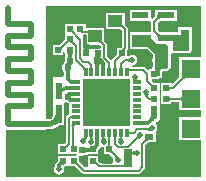
<source format=gtl>
G04*
G04 #@! TF.GenerationSoftware,Altium Limited,Altium Designer,20.0.1 (14)*
G04*
G04 Layer_Physical_Order=1*
G04 Layer_Color=255*
%FSLAX44Y44*%
%MOMM*%
G71*
G01*
G75*
%ADD12C,0.1800*%
%ADD18R,0.5080X0.5080*%
%ADD19R,0.5080X0.5080*%
%ADD20C,0.5000*%
%ADD21R,0.8000X1.5240*%
%ADD22R,0.8000X0.3302*%
%ADD23R,0.3302X0.8000*%
%ADD24R,3.8000X3.8000*%
%ADD25R,0.7000X0.5800*%
%ADD26R,1.6000X1.6000*%
%ADD27R,1.2000X1.0000*%
%ADD28R,1.4500X0.5500*%
%ADD29R,1.4500X0.5500*%
%ADD30R,0.7620X0.7620*%
%ADD31R,0.7620X0.7620*%
%ADD32C,0.5000*%
%ADD33C,0.3300*%
%ADD34C,0.1600*%
%ADD35C,0.3000*%
%ADD36C,0.4000*%
%ADD37C,0.2000*%
%ADD38R,1.4500X1.3750*%
%ADD39C,0.6000*%
G36*
X133609Y138061D02*
X131770Y137606D01*
X130106Y138770D01*
X130561Y140609D01*
X133609Y138061D01*
D02*
G37*
G36*
X101309Y131573D02*
X100178Y130441D01*
X98707Y130780D01*
X100969Y133043D01*
X101309Y131573D01*
D02*
G37*
G36*
X59599Y126532D02*
X57468Y126401D01*
X55997Y126741D01*
X59260D01*
X59599Y126532D01*
D02*
G37*
G36*
X68489Y127550D02*
Y125950D01*
X68010Y126490D01*
Y128350D01*
X68489Y127550D01*
D02*
G37*
G36*
X72061Y125150D02*
X71550Y125950D01*
Y127550D01*
X72031Y127719D01*
X72061Y125150D01*
D02*
G37*
G36*
X133609Y124439D02*
X130561Y121891D01*
X130106Y123730D01*
X131770Y124894D01*
X133609Y124439D01*
D02*
G37*
G36*
X54246Y118244D02*
X53859Y119131D01*
X54271Y120786D01*
X54246Y118244D01*
D02*
G37*
G36*
X59260Y117740D02*
X58756Y117746D01*
X59641Y118131D01*
X59260Y117740D01*
D02*
G37*
G36*
X82428Y117441D02*
X80957Y117781D01*
X83969D01*
X84309Y117822D01*
X82428Y117441D01*
D02*
G37*
G36*
X58756Y117746D02*
X57868Y117359D01*
X56214Y117771D01*
X58756Y117746D01*
D02*
G37*
G36*
X54631Y117359D02*
X54240Y117740D01*
X54246Y118244D01*
X54631Y117359D01*
D02*
G37*
G36*
X49260Y113759D02*
X49254Y113256D01*
X48869Y114141D01*
X49260Y113759D01*
D02*
G37*
G36*
X71534Y115991D02*
X73500Y115500D01*
Y112500D01*
X72128Y112157D01*
X72509Y111259D01*
X67491D01*
X68000Y112459D01*
X71501D01*
Y115950D01*
X67685Y114944D01*
X67500Y117791D01*
X70500Y117949D01*
X71534Y115991D01*
D02*
G37*
G36*
X103010Y111259D02*
X99247Y111229D01*
X100718Y111599D01*
X102980D01*
X103010Y111259D01*
D02*
G37*
G36*
X49641Y112369D02*
X49229Y110714D01*
X49254Y113256D01*
X49641Y112369D01*
D02*
G37*
G36*
X167247Y105200D02*
X149200D01*
Y88637D01*
X143479Y82916D01*
X142457Y83340D01*
Y83340D01*
X133777D01*
Y74660D01*
X133777D01*
Y74340D01*
X133777D01*
Y65660D01*
X142457D01*
Y67145D01*
X149200D01*
Y60200D01*
X167247D01*
Y54400D01*
X149200D01*
Y34800D01*
X167247D01*
Y4023D01*
X2753D01*
Y43250D01*
X36000D01*
Y44116D01*
X39000D01*
Y44094D01*
X42211Y44517D01*
X45203Y45756D01*
X46518Y46765D01*
X46751Y46915D01*
X46754Y46920D01*
X46759Y46923D01*
X46798Y46980D01*
X47359Y47410D01*
X51340D01*
Y54236D01*
X51345Y54260D01*
X51340Y54282D01*
X51344Y54305D01*
X51340Y54475D01*
Y55998D01*
X51406Y56500D01*
X51384D01*
Y62500D01*
X51340Y62723D01*
Y66561D01*
X52381Y67393D01*
X52627Y67228D01*
X53618Y67031D01*
X53634Y67022D01*
X55148Y66518D01*
X55669Y66171D01*
Y60798D01*
X55669D01*
Y57698D01*
X55669D01*
Y56734D01*
X55476Y56696D01*
X54616Y56121D01*
X54616Y56121D01*
X53594Y55100D01*
X53020Y54240D01*
X52818Y53225D01*
X52818Y53225D01*
Y32817D01*
X51763Y31762D01*
X51017Y31590D01*
X46660D01*
Y22910D01*
X54390D01*
X55340Y22910D01*
Y22910D01*
X55660D01*
Y22910D01*
X62496D01*
X62533Y22860D01*
X61894Y21590D01*
X56610D01*
X55660Y21590D01*
X54390Y21590D01*
X46660D01*
Y19096D01*
X46205Y17213D01*
X44871Y15879D01*
X44142Y14788D01*
X43983Y13989D01*
X43979Y13982D01*
X43571Y12483D01*
X43200Y11928D01*
X42866Y10250D01*
X43200Y8572D01*
X44150Y7150D01*
X45572Y6199D01*
X47250Y5866D01*
X48928Y6199D01*
X50350Y7150D01*
X51301Y8572D01*
X51634Y10250D01*
X51301Y11928D01*
X52265Y12770D01*
X52846Y12910D01*
X55340Y12910D01*
X56610Y12910D01*
X60122D01*
X60749Y12752D01*
X66175Y7326D01*
X66175Y7326D01*
X67035Y6751D01*
X68050Y6549D01*
X114950D01*
X114950Y6549D01*
X115964Y6751D01*
X116825Y7326D01*
X119628Y10129D01*
X119628Y10129D01*
X120203Y10989D01*
X120404Y12003D01*
X120404Y12004D01*
Y30655D01*
X122641Y32892D01*
X123268Y33050D01*
X129050D01*
Y42199D01*
X129350Y42400D01*
X130301Y43822D01*
X130634Y45500D01*
X130301Y47178D01*
X129350Y48600D01*
X129087Y48776D01*
X129145Y50264D01*
X129338Y50372D01*
X129873Y50479D01*
X131461Y51539D01*
X132521Y53127D01*
X132894Y55000D01*
X132521Y56873D01*
X132457Y56970D01*
Y58379D01*
X132459Y58385D01*
X132457Y58398D01*
Y58467D01*
X132462Y58491D01*
X132457Y58514D01*
Y65340D01*
X132457D01*
Y65660D01*
X132457D01*
Y74340D01*
X132457Y74340D01*
Y74660D01*
X132457D01*
X132457Y75610D01*
Y83340D01*
X128383D01*
X127456Y83554D01*
X125620Y85390D01*
X126146Y86660D01*
X132340D01*
Y87232D01*
X132702Y87304D01*
X133298Y87702D01*
X134298Y88702D01*
X134696Y89298D01*
X134835Y90000D01*
Y92726D01*
X135239Y93329D01*
X138165D01*
X138867Y93469D01*
X139462Y93867D01*
X141298Y95702D01*
X141695Y96298D01*
X141835Y97000D01*
Y108003D01*
X141976Y108211D01*
X143105Y108944D01*
X143250Y108915D01*
X146954D01*
X147250Y108856D01*
X147545Y108915D01*
X152704D01*
X153000Y108856D01*
X153295Y108915D01*
X157750D01*
X158452Y109054D01*
X159048Y109452D01*
X159446Y110048D01*
X159585Y110750D01*
Y119141D01*
X159609D01*
Y130361D01*
X148389D01*
Y126335D01*
X143250D01*
X143073Y126300D01*
X133729D01*
X132744Y126544D01*
X130855Y128433D01*
Y134067D01*
X132744Y135956D01*
X133729Y136200D01*
X146800D01*
Y145300D01*
X128700D01*
Y140729D01*
X128456Y139744D01*
X126570Y137857D01*
X125300Y138383D01*
Y145300D01*
X107200D01*
Y136200D01*
X124039D01*
X125145Y135250D01*
X125145Y134930D01*
Y127506D01*
X125145Y127250D01*
X124039Y126300D01*
X107200D01*
Y124177D01*
X107165Y124000D01*
Y114000D01*
X107304Y113298D01*
X107702Y112702D01*
X108298Y112304D01*
X109000Y112165D01*
X122240D01*
X127165Y107240D01*
Y105026D01*
X126728Y104373D01*
X126356Y102500D01*
X126728Y100627D01*
X127165Y99974D01*
Y98526D01*
X126728Y97873D01*
X126356Y96000D01*
X125814Y95340D01*
X123660D01*
Y94642D01*
X122487Y94157D01*
X120666Y95978D01*
X119773Y96574D01*
X118719Y96784D01*
X109444D01*
X109267Y97124D01*
X109316Y97535D01*
X109953Y98555D01*
X110678Y98700D01*
X112100Y99650D01*
X113050Y101072D01*
X113384Y102750D01*
X113050Y104428D01*
X112100Y105850D01*
X110678Y106800D01*
X109000Y107134D01*
X107322Y106800D01*
X106726Y106402D01*
X106670Y106386D01*
X105922Y106008D01*
X104840Y106673D01*
Y110841D01*
X104874Y110875D01*
X104874Y110876D01*
X105449Y111735D01*
X105651Y112750D01*
Y128750D01*
X105651Y128750D01*
X105449Y129764D01*
X104874Y130625D01*
X102972Y132527D01*
X102800Y133273D01*
Y142550D01*
X87200D01*
Y128950D01*
X98477D01*
X99223Y128778D01*
X100349Y127652D01*
Y113848D01*
X99749Y113248D01*
X99122Y113090D01*
X96160D01*
Y107409D01*
X92877Y104126D01*
X92393Y103402D01*
X92050Y103223D01*
X90962Y103037D01*
X88151Y105848D01*
Y115500D01*
X87949Y116515D01*
X87374Y117374D01*
X85800Y118949D01*
Y129550D01*
X72137D01*
X72128Y129552D01*
X72113Y129550D01*
X72034D01*
X72009Y129555D01*
X71987Y129550D01*
X70200D01*
X69840Y130671D01*
Y133340D01*
X61160D01*
X61090Y133590D01*
X52410D01*
Y125860D01*
X52410Y124910D01*
X52410D01*
Y124590D01*
X52410D01*
Y120908D01*
X52209Y120102D01*
X47697Y115590D01*
X42410D01*
Y106910D01*
X51090D01*
Y109519D01*
X51140Y109564D01*
X52410Y109000D01*
Y108764D01*
X52405Y108741D01*
X52410Y108716D01*
Y108648D01*
X52408Y108635D01*
X52410Y108629D01*
X52410Y106910D01*
X52410D01*
Y106590D01*
X52410D01*
Y104871D01*
X52408Y104865D01*
X52410Y104852D01*
Y104783D01*
X52405Y104760D01*
X52410Y104735D01*
Y101760D01*
X51470Y100331D01*
X51289Y100211D01*
X50229Y98623D01*
X49856Y96750D01*
X50229Y94877D01*
X50654Y94240D01*
X51385Y92128D01*
Y89714D01*
X50115Y88500D01*
X42250Y88500D01*
Y54933D01*
X41764Y54205D01*
X41205Y53676D01*
X40394Y53134D01*
X39069Y52871D01*
X39000Y52884D01*
X36000D01*
Y148517D01*
X167247D01*
Y105200D01*
D02*
G37*
G36*
X58250Y107840D02*
X55250D01*
X54240Y108741D01*
X59260D01*
X58250Y107840D01*
D02*
G37*
G36*
X97991Y106241D02*
X101003D01*
X99532Y105901D01*
X97651Y106282D01*
X97991Y106241D01*
D02*
G37*
G36*
X59260Y104760D02*
X54240D01*
X55250Y105660D01*
X58250D01*
X59260Y104760D01*
D02*
G37*
G36*
X107499Y100751D02*
X105132Y101950D01*
Y103550D01*
X107499Y104749D01*
Y100751D01*
D02*
G37*
G36*
X81500Y106737D02*
X81643Y106241D01*
X82509D01*
X81820Y105626D01*
X82239Y104175D01*
X85077Y102097D01*
X83457Y99474D01*
X81761Y99581D01*
X81248Y98101D01*
X78248Y98103D01*
X77350Y100699D01*
X81045Y100698D01*
X82238Y104174D01*
X77448Y104424D01*
X77999Y105787D01*
X77491Y106241D01*
X78182D01*
X78500Y107027D01*
X81500Y106737D01*
D02*
G37*
G36*
X57312Y100111D02*
X57343Y99740D01*
X58812D01*
X57414Y98902D01*
X57494Y97963D01*
X52824Y99050D01*
X54312Y101312D01*
X57312Y100111D01*
D02*
G37*
G36*
X86370Y96501D02*
X83129D01*
X83199Y97401D01*
X86199D01*
X86370Y96501D01*
D02*
G37*
G36*
X81369Y96501D02*
X78128D01*
X78248Y97401D01*
X81248D01*
X81369Y96501D01*
D02*
G37*
G36*
X101353Y96470D02*
X98153D01*
X98953Y96980D01*
X100553D01*
X101353Y96470D01*
D02*
G37*
G36*
X91351D02*
X88151D01*
X88951Y96980D01*
X90551D01*
X91351Y96470D01*
D02*
G37*
G36*
X76347D02*
X73147D01*
X73947Y96980D01*
X75547D01*
X76347Y96470D01*
D02*
G37*
G36*
X96352Y96470D02*
X93152D01*
X93952Y96980D01*
X95552D01*
X96352Y96470D01*
D02*
G37*
G36*
X70545Y96470D02*
X68155Y93829D01*
X67743Y95484D01*
X68890Y96882D01*
X70545Y96470D01*
D02*
G37*
G36*
X56250Y92352D02*
X53250D01*
X52351Y94949D01*
X57149D01*
X56250Y92352D01*
D02*
G37*
G36*
X106915Y94931D02*
Y93131D01*
X106375Y92231D01*
Y95831D01*
X106915Y94931D01*
D02*
G37*
G36*
X160536Y93017D02*
X158171Y92156D01*
X156822Y93636D01*
X157785Y95918D01*
X160536Y93017D01*
D02*
G37*
G36*
X125300Y120700D02*
X130000Y116000D01*
X138000D01*
X140000Y114000D01*
Y97000D01*
X138165Y95165D01*
X133000D01*
Y90000D01*
X132000Y89000D01*
X129000D01*
Y108000D01*
X123000Y114000D01*
X109000D01*
Y124000D01*
X109116Y124116D01*
X125300D01*
X125300Y120700D01*
D02*
G37*
G36*
X153020Y87006D02*
X150606Y87420D01*
X151031Y87430D01*
X154859Y87461D01*
X153020Y87006D01*
D02*
G37*
G36*
X107231Y80803D02*
Y77703D01*
X107231D01*
Y70801D01*
X107231D01*
Y65800D01*
Y62699D01*
X107231D01*
Y55797D01*
X107231D01*
Y50796D01*
Y46769D01*
X98203D01*
Y46769D01*
X91301D01*
Y46769D01*
X83199D01*
Y46769D01*
X76297D01*
Y46769D01*
X67269D01*
Y50796D01*
Y55797D01*
X67269D01*
Y62699D01*
X67269D01*
Y65800D01*
Y70801D01*
X67269D01*
Y77703D01*
X67269D01*
Y80805D01*
X67269D01*
Y86731D01*
X76297D01*
Y86731D01*
X83199D01*
Y86731D01*
X91301D01*
Y86731D01*
X98203D01*
Y86731D01*
X107231D01*
Y80803D01*
D02*
G37*
G36*
X113176Y86081D02*
X113550Y85844D01*
X113060D01*
X112650Y85005D01*
X110850D01*
X110440Y85844D01*
X109950D01*
X110324Y86081D01*
X109756Y87241D01*
X113743D01*
X113176Y86081D01*
D02*
G37*
G36*
X57499Y82635D02*
X57244Y82756D01*
Y85756D01*
X57499Y85876D01*
Y82635D01*
D02*
G37*
G36*
X128153Y81510D02*
X125607Y78964D01*
X125225Y80619D01*
X126498Y81891D01*
X128153Y81510D01*
D02*
G37*
G36*
X141226Y80000D02*
Y78000D01*
X140596Y77000D01*
Y81000D01*
X141226Y80000D01*
D02*
G37*
G36*
X49500Y76990D02*
X44500D01*
X44490Y78491D01*
X49510D01*
X49500Y76990D01*
D02*
G37*
G36*
X57499Y73751D02*
X58061Y73189D01*
X57582Y71750D01*
X58061Y70311D01*
X57499Y69749D01*
Y67630D01*
X57000Y67750D01*
Y69250D01*
X55939Y68189D01*
X54214Y68764D01*
X57200Y71750D01*
X54214Y74736D01*
X55939Y75311D01*
X57000Y74250D01*
Y75750D01*
X57499Y75872D01*
Y73751D01*
D02*
G37*
G36*
X49504Y75830D02*
X49877Y75819D01*
X49510Y75009D01*
X49114D01*
X49295Y74983D01*
X49302Y73476D01*
X45475Y74481D01*
X45697Y75009D01*
X44490D01*
X44500Y76509D01*
X49500D01*
X49504Y75830D01*
D02*
G37*
G36*
X122050Y72500D02*
X120450D01*
X119314Y73918D01*
X123186D01*
X122050Y72500D01*
D02*
G37*
G36*
X125638Y68400D02*
X125127Y69200D01*
Y70800D01*
X125638Y71600D01*
Y68400D01*
D02*
G37*
G36*
X158499Y68001D02*
X156209Y69000D01*
Y71000D01*
X158499Y71999D01*
X158499Y68001D01*
D02*
G37*
G36*
X151061Y68000D02*
X150430Y69000D01*
Y71000D01*
X151061Y72000D01*
Y68000D01*
D02*
G37*
G36*
X141226Y71000D02*
Y69000D01*
X140596Y68000D01*
Y72000D01*
X141226Y71000D01*
D02*
G37*
G36*
X49500Y58491D02*
X44500D01*
X44490Y59991D01*
X49510D01*
X49500Y58491D01*
D02*
G37*
G36*
X129617Y59327D02*
X129884Y58491D01*
X130626D01*
X130048Y57975D01*
X130442Y56743D01*
X125646Y56859D01*
X126093Y58058D01*
X125607Y58491D01*
X126254D01*
X126617Y59462D01*
X129617Y59327D01*
D02*
G37*
G36*
X57530Y52647D02*
X57020Y53447D01*
Y55047D01*
X57530Y55847D01*
Y52647D01*
D02*
G37*
G36*
X128595Y52060D02*
X126278Y50761D01*
X123927Y52652D01*
X125010Y55248D01*
X128595Y52060D01*
D02*
G37*
G36*
X49473Y55743D02*
X49510Y54260D01*
X44490D01*
Y49253D01*
X45475Y48234D01*
X44490Y49240D01*
Y49253D01*
X41963Y51866D01*
X44490Y54260D01*
X44475Y55971D01*
X49473Y55743D01*
D02*
G37*
G36*
X117900Y50746D02*
Y47746D01*
X117001Y47625D01*
Y50866D01*
X117900Y50746D01*
D02*
G37*
G36*
X60091Y47145D02*
X58491D01*
X57691Y47625D01*
X60891D01*
X60091Y47145D01*
D02*
G37*
G36*
X125652Y43073D02*
X122750Y43100D01*
X122323Y44900D01*
X124080Y46741D01*
X125652Y43073D01*
D02*
G37*
G36*
X106915Y41869D02*
Y40069D01*
X106375Y39169D01*
Y42769D01*
X106915Y41869D01*
D02*
G37*
G36*
X95552Y36519D02*
X93952D01*
X93152Y37030D01*
X96352D01*
X95552Y36519D01*
D02*
G37*
G36*
X90551Y36519D02*
X88951D01*
X88151Y37030D01*
X91351D01*
X90551Y36519D01*
D02*
G37*
G36*
X81248Y36100D02*
X78248D01*
X78128Y36999D01*
X81369D01*
X81248Y36100D01*
D02*
G37*
G36*
X116492Y36762D02*
X113918Y36037D01*
X112871Y37253D01*
X113793Y39711D01*
X116492Y36762D01*
D02*
G37*
G36*
X100553Y37517D02*
X100764Y37030D01*
X101353D01*
X100892Y36735D01*
X101590Y35122D01*
X97600Y35375D01*
X98455Y36837D01*
X98153Y37030D01*
X98568D01*
X98953Y37689D01*
X100553Y37517D01*
D02*
G37*
G36*
X120557Y34883D02*
X120281Y34880D01*
X119941Y35072D01*
X120557Y34883D01*
D02*
G37*
G36*
X75547Y37214D02*
X75601Y37030D01*
X76347D01*
X75719Y36630D01*
X76246Y34848D01*
X72321Y35602D01*
X73319Y36920D01*
X73147Y37030D01*
X73402D01*
X73947Y37749D01*
X75547Y37214D01*
D02*
G37*
G36*
X121672Y34541D02*
X120557Y34883D01*
X123143Y34911D01*
X121672Y34541D01*
D02*
G37*
G36*
X85684Y37030D02*
X86349D01*
X85883Y36732D01*
X87044Y34991D01*
X83078Y34488D01*
X83841Y36588D01*
X83149Y37030D01*
X84618D01*
X85549Y37232D01*
X85684Y37030D01*
D02*
G37*
G36*
X69461D02*
X71346D01*
X70546Y36746D01*
X69746D01*
X70311Y36180D01*
X69728Y33922D01*
X66922Y36728D01*
X69180Y37311D01*
X69461Y37030D01*
D02*
G37*
G36*
X91351Y29729D02*
X88151D01*
X88951Y30240D01*
X90551D01*
X91351Y29729D01*
D02*
G37*
G36*
X60891D02*
X57691D01*
X58491Y30240D01*
X60091D01*
X60891Y29729D01*
D02*
G37*
G36*
X53849Y28968D02*
X53509Y27497D01*
X51247Y29760D01*
X52718Y30099D01*
X53849Y28968D01*
D02*
G37*
G36*
X79396Y28275D02*
X78729Y25517D01*
X74517Y29729D01*
X77275Y30396D01*
X79396Y28275D01*
D02*
G37*
G36*
X111752Y22001D02*
X110186Y22794D01*
X109934Y22400D01*
Y22922D01*
X109385Y23200D01*
Y24800D01*
X109934Y25078D01*
Y25600D01*
X110186Y25206D01*
X111752Y25999D01*
Y22001D01*
D02*
G37*
G36*
X73741Y24741D02*
X72840Y25000D01*
Y28000D01*
X73741Y29500D01*
Y24741D01*
D02*
G37*
G36*
X92599Y25532D02*
X91468Y24401D01*
X89997Y24741D01*
X92260Y27003D01*
X92599Y25532D01*
D02*
G37*
G36*
X71398Y28000D02*
Y25000D01*
X68801Y24101D01*
Y28899D01*
X71398Y28000D01*
D02*
G37*
G36*
X85250Y28866D02*
X85410Y28734D01*
Y22910D01*
X89767D01*
X90513Y22738D01*
X92576Y20675D01*
X92684Y18842D01*
X92616Y18500D01*
X92949Y16822D01*
X93077Y16631D01*
X92399Y15361D01*
X87240D01*
Y14741D01*
X86040Y15250D01*
Y15361D01*
X81888D01*
X80748Y16501D01*
X80590Y17128D01*
Y21590D01*
X71910D01*
Y12910D01*
X71401Y11851D01*
X69148D01*
X64498Y16501D01*
X64340Y17128D01*
Y20977D01*
X64549Y21243D01*
X65478Y21909D01*
X67000Y21606D01*
X68873Y21978D01*
X69510Y22404D01*
X70682Y22810D01*
X71910Y22910D01*
Y22910D01*
X73717D01*
X73741Y22905D01*
X73765Y22910D01*
X80590D01*
Y25404D01*
X81045Y27287D01*
X82127Y28369D01*
X82251Y28555D01*
X83572Y29200D01*
X85250Y28866D01*
D02*
G37*
G36*
X98008Y20788D02*
X94522Y18835D01*
X94366Y21503D01*
X96074Y22057D01*
X98008Y20788D01*
D02*
G37*
G36*
X79099Y15532D02*
X77968Y14401D01*
X76497Y14771D01*
X78729Y17003D01*
X79099Y15532D01*
D02*
G37*
G36*
X62849D02*
X61718Y14401D01*
X60247Y14771D01*
X62479Y17003D01*
X62849Y15532D01*
D02*
G37*
G36*
X52733Y14771D02*
X49975Y14104D01*
X47854Y16225D01*
X48521Y18983D01*
X52733Y14771D01*
D02*
G37*
G36*
X102025Y11910D02*
X101545D01*
Y13510D01*
X102056Y14310D01*
X102025Y11910D01*
D02*
G37*
G36*
X49214Y11796D02*
X45286D01*
X45750Y13500D01*
X48750D01*
X49214Y11796D01*
D02*
G37*
D12*
X113750Y44000D02*
X124750D01*
X110719Y40969D02*
X113750Y44000D01*
X104754Y40969D02*
X110719D01*
X124750Y44000D02*
X126250Y45500D01*
X112501Y84254D02*
X113031D01*
X111750Y85005D02*
X112501Y84254D01*
X111750Y85005D02*
Y88750D01*
X104754Y94031D02*
X118719D01*
X122000Y90750D01*
Y85117D02*
X128117Y79000D01*
X122000Y85117D02*
Y90750D01*
X61850Y102650D02*
X69746Y94754D01*
X61850Y102650D02*
Y114650D01*
X55750Y119750D02*
X56750D01*
X46750Y110750D02*
X55750Y119750D01*
X69746Y92531D02*
Y94754D01*
X56750Y119750D02*
X61850Y114650D01*
D18*
X56750Y120250D02*
D03*
X46750D02*
D03*
X56750Y102250D02*
D03*
X46750D02*
D03*
X128117Y61000D02*
D03*
X138117D02*
D03*
X128000Y91000D02*
D03*
X138000D02*
D03*
X56750Y111250D02*
D03*
X46750D02*
D03*
Y129250D02*
D03*
X56750D02*
D03*
X80000Y108750D02*
D03*
X70000D02*
D03*
X128117Y79000D02*
D03*
X138117D02*
D03*
X128117Y70000D02*
D03*
X138117D02*
D03*
X90500Y108750D02*
D03*
X100500D02*
D03*
D19*
X89750Y27250D02*
D03*
Y17250D02*
D03*
X47000Y62500D02*
D03*
Y72500D02*
D03*
Y91000D02*
D03*
Y81000D02*
D03*
Y41750D02*
D03*
Y51750D02*
D03*
X51000Y27250D02*
D03*
Y17250D02*
D03*
X60000D02*
D03*
Y27250D02*
D03*
X76250Y17250D02*
D03*
Y27250D02*
D03*
X65500Y129000D02*
D03*
Y139000D02*
D03*
D20*
X34000Y48500D02*
D03*
X144753Y50000D02*
D03*
X122253Y97500D02*
D03*
X57253Y7500D02*
D03*
X32253Y12500D02*
D03*
Y22500D02*
D03*
X14753Y12500D02*
D03*
Y32500D02*
D03*
X116250Y39250D02*
D03*
X123500Y21500D02*
D03*
X131250Y17750D02*
D03*
X74000Y33750D02*
D03*
X113253Y24000D02*
D03*
X99500Y33750D02*
D03*
X126250Y45500D02*
D03*
X68500Y17250D02*
D03*
X158000Y31000D02*
D03*
X160000Y19200D02*
D03*
X111750Y88750D02*
D03*
X109000Y102750D02*
D03*
X93000Y114750D02*
D03*
X47250Y10250D02*
D03*
X97000Y18500D02*
D03*
X67250Y34250D02*
D03*
X85250Y33250D02*
D03*
X84250Y17250D02*
D03*
X165000Y141000D02*
D03*
X160000Y70000D02*
D03*
X160250Y95500D02*
D03*
X87500Y68000D02*
D03*
X75000D02*
D03*
X100000D02*
D03*
Y57500D02*
D03*
X87250D02*
D03*
X75000D02*
D03*
X70000Y114000D02*
D03*
X40000Y144750D02*
D03*
Y117000D02*
D03*
Y131000D02*
D03*
Y99000D02*
D03*
Y85000D02*
D03*
Y70000D02*
D03*
Y56750D02*
D03*
X121250Y75500D02*
D03*
X53250Y144500D02*
D03*
X87500Y78500D02*
D03*
X100000D02*
D03*
X75000D02*
D03*
X148000Y133000D02*
D03*
X122000Y131000D02*
D03*
X116000D02*
D03*
X110000D02*
D03*
X159000Y133000D02*
D03*
D21*
X139005Y19500D02*
D03*
X105995D02*
D03*
D22*
X61469Y84256D02*
D03*
X61469Y79253D02*
D03*
X61469Y74252D02*
D03*
X61469Y69251D02*
D03*
Y64249D02*
D03*
X61469Y59248D02*
D03*
X61469Y54247D02*
D03*
Y49246D02*
D03*
X113031D02*
D03*
Y54247D02*
D03*
X113031Y59248D02*
D03*
X113031Y64249D02*
D03*
Y69251D02*
D03*
X113031Y74252D02*
D03*
X113031Y79253D02*
D03*
Y84254D02*
D03*
D23*
X69746Y40969D02*
D03*
X74747D02*
D03*
X79748Y40969D02*
D03*
X84749Y40969D02*
D03*
X89751D02*
D03*
X94752Y40969D02*
D03*
X99753Y40969D02*
D03*
X104754D02*
D03*
Y92531D02*
D03*
X99753D02*
D03*
X94752Y92531D02*
D03*
X89751Y92531D02*
D03*
X84749D02*
D03*
X79748Y92531D02*
D03*
X74747Y92531D02*
D03*
X69746D02*
D03*
D24*
X87250Y66750D02*
D03*
D25*
X123750Y37750D02*
D03*
X135750D02*
D03*
D26*
X159000Y95400D02*
D03*
Y70000D02*
D03*
Y44600D02*
D03*
Y19200D02*
D03*
D27*
X95000Y135750D02*
D03*
X78000D02*
D03*
Y122750D02*
D03*
X95000D02*
D03*
D28*
X137750Y121750D02*
D03*
D29*
X137750Y131250D02*
D03*
Y140750D02*
D03*
X116250D02*
D03*
Y121750D02*
D03*
D30*
X135749Y104749D02*
D03*
X122749D02*
D03*
D31*
X153999Y124751D02*
D03*
Y137751D02*
D03*
D32*
X39000Y48500D02*
G03*
X47000Y56500I0J8000D01*
G01*
X34000Y48500D02*
X39000D01*
X47000Y56500D02*
Y62500D01*
X4000Y48500D02*
X34000D01*
X4000D02*
Y63500D01*
X24000D01*
X4000Y73500D02*
X24000D01*
Y63500D02*
Y73500D01*
X4000D02*
Y83500D01*
X24000D01*
X4000Y93500D02*
X24000D01*
Y83500D02*
Y93500D01*
X4000D02*
Y103500D01*
X24000D01*
X4000Y113500D02*
X24000D01*
Y103500D02*
Y113500D01*
X4000D02*
Y123500D01*
X24000D01*
X4000Y133500D02*
Y147250D01*
Y133500D02*
X24000D01*
Y123500D02*
Y133500D01*
X47000Y72500D02*
Y81000D01*
D33*
X53753Y79253D02*
G03*
X47000Y72500I0J-6753D01*
G01*
X53753Y79253D02*
X61469D01*
D34*
X116000Y39250D02*
X116250D01*
X106000Y29250D02*
X116000Y39250D01*
X117753Y12003D02*
Y31753D01*
X114950Y9200D02*
X117753Y12003D01*
X68050Y9200D02*
X114950D01*
X117753Y31753D02*
X123750Y37750D01*
X74000Y33750D02*
X74747Y34497D01*
Y40969D01*
X97250Y29250D02*
X106000D01*
X94752Y31748D02*
X97250Y29250D01*
X105995Y16630D02*
Y19500D01*
Y20800D01*
X109195Y24000D01*
X113253D01*
X99753Y33751D02*
Y40969D01*
X94752Y31748D02*
Y40969D01*
X59291Y27959D02*
Y49246D01*
Y27959D02*
X60000Y27250D01*
X55469Y53225D02*
X56491Y54247D01*
X55469Y31719D02*
Y53225D01*
X51000Y27250D02*
X55469Y31719D01*
X59291Y49246D02*
X61467D01*
X56491Y54247D02*
X61469D01*
X103190Y102750D02*
X109000D01*
X99753Y99313D02*
X103190Y102750D01*
X99753Y92531D02*
Y99313D01*
X60000Y17250D02*
X68050Y9200D01*
X102075Y12710D02*
X105995Y16630D01*
X80790Y12710D02*
X102075D01*
X76250Y17250D02*
X80790Y12710D01*
X97000Y18500D02*
Y20000D01*
X103000Y112750D02*
Y128750D01*
X100500Y110250D02*
X103000Y112750D01*
X100500Y108750D02*
Y110250D01*
X89750Y27250D02*
X97000Y20000D01*
X69746Y36746D02*
Y40969D01*
X67250Y34250D02*
X69746Y36746D01*
X84749Y33751D02*
X85250Y33250D01*
X89751Y27251D02*
Y40969D01*
X84749Y33751D02*
Y40969D01*
X89750Y27250D02*
X89751Y27251D01*
X74250Y126750D02*
X85500Y115500D01*
X89751Y92531D02*
Y100499D01*
X85500Y104750D02*
X89751Y100499D01*
X85500Y104750D02*
Y115500D01*
X100500Y108000D02*
Y108750D01*
X94500Y137250D02*
X103000Y128750D01*
X94752Y102252D02*
X100500Y108000D01*
X56250Y128750D02*
X65000Y120000D01*
X74747Y92531D02*
Y99003D01*
X72250Y101500D02*
X74747Y99003D01*
X67750Y101500D02*
X72250D01*
X65000Y104250D02*
X67750Y101500D01*
X65000Y104250D02*
Y120000D01*
X67000Y126750D02*
X74250D01*
X65250Y128500D02*
X67000Y126750D01*
X94752Y92531D02*
Y102252D01*
X121250Y72500D02*
Y75500D01*
X123750Y70000D02*
X128117D01*
X121250Y72500D02*
X123750Y70000D01*
D35*
X128117Y54721D02*
Y61000D01*
X55812Y96750D02*
Y101312D01*
X122642Y49246D02*
X128117Y54721D01*
X113031Y49246D02*
X122642D01*
X47250Y13500D02*
X51000Y17250D01*
X47250Y10250D02*
Y13500D01*
X67000Y26500D02*
X75500D01*
X76250Y27250D02*
X79748Y30748D01*
X75500Y26500D02*
X76250Y27250D01*
X79748Y30748D02*
Y40969D01*
X54500Y71750D02*
X57000Y74250D01*
X54500Y71750D02*
X57000Y69250D01*
Y74250D02*
X61467D01*
X61469Y74252D01*
X57000Y69250D02*
X61468D01*
X61469Y69251D01*
X55812Y101312D02*
X56750Y102250D01*
X54750Y86750D02*
Y96750D01*
Y86750D02*
X57244Y84256D01*
X69000Y115000D02*
Y123250D01*
Y115000D02*
X70000Y114000D01*
X81250D01*
X70000Y108750D02*
X70000Y108750D01*
X84699Y92581D02*
Y100353D01*
X82553Y102500D02*
X84699Y100353D01*
X79750Y102500D02*
X82553D01*
X84699Y92581D02*
X84749Y92531D01*
X80000Y108750D02*
Y109000D01*
Y102750D02*
Y108750D01*
X79750Y102500D02*
X80000Y102750D01*
X79748Y102500D02*
X79750D01*
X79748Y94031D02*
Y102500D01*
X56750Y102250D02*
Y110750D01*
X57244Y84256D02*
X61469D01*
D36*
X84250Y17250D02*
X89750D01*
X70000Y108750D02*
Y114000D01*
D37*
X138117Y79000D02*
X143600D01*
X160000Y95400D01*
X138117Y70000D02*
X160000D01*
X160000Y70000D01*
X128000Y127250D02*
Y135250D01*
Y127250D02*
X133500Y121750D01*
X128000Y135250D02*
X133500Y140750D01*
X137750D02*
X138000D01*
X133500D02*
X137750D01*
X137750Y121750D02*
X138000D01*
X133500D02*
X137750D01*
D38*
X150500Y117625D02*
D03*
D39*
X153000Y113750D02*
D03*
X156250Y44500D02*
D03*
X163000D02*
D03*
X128000Y55000D02*
D03*
X67000Y26500D02*
D03*
X131250Y96000D02*
D03*
Y102500D02*
D03*
X54500Y71750D02*
D03*
X54750Y96750D02*
D03*
X79750Y102500D02*
D03*
X147250Y113750D02*
D03*
M02*

</source>
